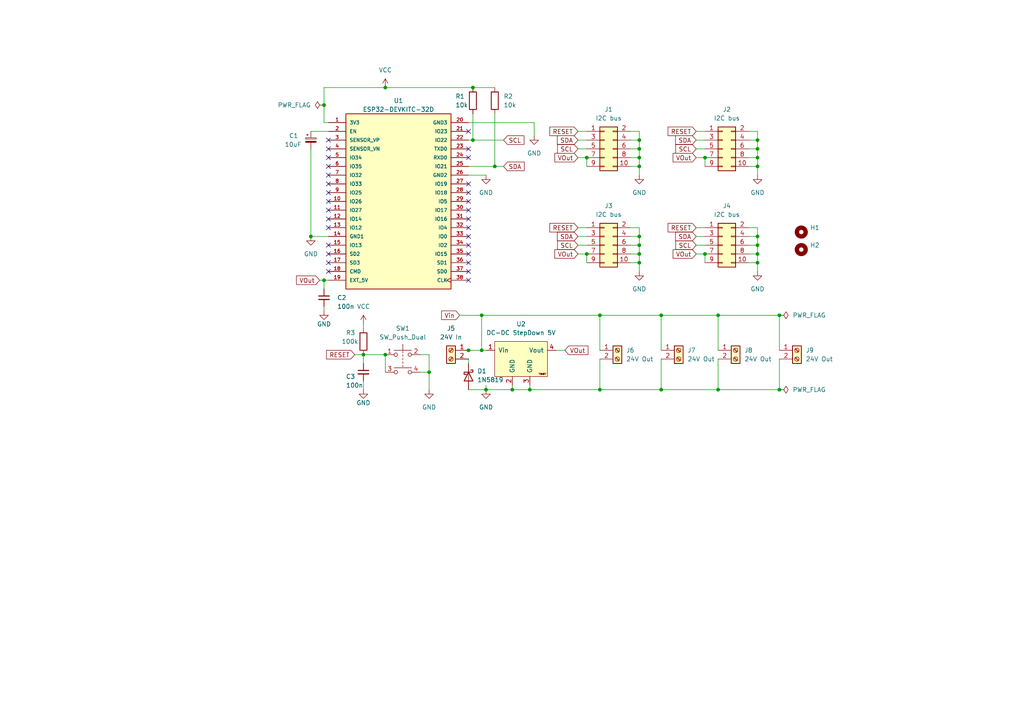
<source format=kicad_sch>
(kicad_sch (version 20211123) (generator eeschema)
  (paper "A4")
  (lib_symbols
    (symbol "Connector:Screw_Terminal_01x02" (pin_names (offset 1.016) hide)
      (property "Reference" "J" (at 0 2.54 0))
      (property "Value" "Screw_Terminal_01x02" (at 0 -5.08 0))
      (symbol "Screw_Terminal_01x02_1_1"
        (rectangle (start -1.27 1.27) (end 1.27 -3.81) (stroke (width 0.254)) (fill (type background)))
        (circle (center 0 -2.54) (radius 0.635) (stroke (width 0.1524)))
        (polyline (pts (xy -0.5334 -2.2098) (xy 0.3302 -3.048)) (stroke (width 0.1524)))
        (polyline (pts (xy -0.5334 0.3302) (xy 0.3302 -0.508)) (stroke (width 0.1524)))
        (polyline (pts (xy -0.3556 -2.032) (xy 0.508 -2.8702)) (stroke (width 0.1524)))
        (polyline (pts (xy -0.3556 0.508) (xy 0.508 -0.3302)) (stroke (width 0.1524)))
        (circle (center 0 0) (radius 0.635) (stroke (width 0.1524)))
        (pin passive line (at -5.08 0 0) (length 3.81) (name "Pin_1") (number "1"))
        (pin passive line (at -5.08 -2.54 0) (length 3.81) (name "Pin_2") (number "2"))
      )
    )
    (symbol "Connector_Generic:Conn_02x05_Odd_Even" (pin_names (offset 1.016) hide)
      (property "Reference" "J" (at 1.27 7.62 0))
      (property "Value" "Conn_02x05_Odd_Even" (at 1.27 -7.62 0))
      (symbol "Conn_02x05_Odd_Even_1_1"
        (rectangle (start -1.27 -4.953) (end 0 -5.207) (stroke (width 0.1524)))
        (rectangle (start -1.27 -2.413) (end 0 -2.667) (stroke (width 0.1524)))
        (rectangle (start -1.27 0.127) (end 0 -0.127) (stroke (width 0.1524)))
        (rectangle (start -1.27 2.667) (end 0 2.413) (stroke (width 0.1524)))
        (rectangle (start -1.27 5.207) (end 0 4.953) (stroke (width 0.1524)))
        (rectangle (start -1.27 6.35) (end 3.81 -6.35) (stroke (width 0.254)) (fill (type background)))
        (rectangle (start 3.81 -4.953) (end 2.54 -5.207) (stroke (width 0.1524)))
        (rectangle (start 3.81 -2.413) (end 2.54 -2.667) (stroke (width 0.1524)))
        (rectangle (start 3.81 0.127) (end 2.54 -0.127) (stroke (width 0.1524)))
        (rectangle (start 3.81 2.667) (end 2.54 2.413) (stroke (width 0.1524)))
        (rectangle (start 3.81 5.207) (end 2.54 4.953) (stroke (width 0.1524)))
        (pin passive line (at -5.08 5.08 0) (length 3.81) (name "Pin_1") (number "1"))
        (pin passive line (at 7.62 -5.08 180) (length 3.81) (name "Pin_10") (number "10"))
        (pin passive line (at 7.62 5.08 180) (length 3.81) (name "Pin_2") (number "2"))
        (pin passive line (at -5.08 2.54 0) (length 3.81) (name "Pin_3") (number "3"))
        (pin passive line (at 7.62 2.54 180) (length 3.81) (name "Pin_4") (number "4"))
        (pin passive line (at -5.08 0 0) (length 3.81) (name "Pin_5") (number "5"))
        (pin passive line (at 7.62 0 180) (length 3.81) (name "Pin_6") (number "6"))
        (pin passive line (at -5.08 -2.54 0) (length 3.81) (name "Pin_7") (number "7"))
        (pin passive line (at 7.62 -2.54 180) (length 3.81) (name "Pin_8") (number "8"))
        (pin passive line (at -5.08 -5.08 0) (length 3.81) (name "Pin_9") (number "9"))
      )
    )
    (symbol "Device:C_Polarized_Small" (pin_numbers hide) (pin_names (offset 0.254) hide)
      (property "Reference" "C" (at 0.254 1.778 0))
      (property "Value" "C_Polarized_Small" (at 0.254 -2.032 0))
      (symbol "C_Polarized_Small_0_1"
        (rectangle (start -1.524 -0.3048) (end 1.524 -0.6858) (fill (type outline)))
        (rectangle (start -1.524 0.6858) (end 1.524 0.3048))
        (polyline (pts (xy -1.27 1.524) (xy -0.762 1.524)))
        (polyline (pts (xy -1.016 1.27) (xy -1.016 1.778)))
      )
      (symbol "C_Polarized_Small_1_1"
        (pin passive line (at 0 2.54 270) (length 1.8542) (name "~") (number "1"))
        (pin passive line (at 0 -2.54 90) (length 1.8542) (name "~") (number "2"))
      )
    )
    (symbol "Device:C_Small" (pin_numbers hide) (pin_names (offset 0.254) hide)
      (property "Reference" "C" (at 0.254 1.778 0))
      (property "Value" "C_Small" (at 0.254 -2.032 0))
      (symbol "C_Small_0_1"
        (polyline (pts (xy -1.524 -0.508) (xy 1.524 -0.508)) (stroke (width 0.3302)))
        (polyline (pts (xy -1.524 0.508) (xy 1.524 0.508)) (stroke (width 0.3048)))
      )
      (symbol "C_Small_1_1"
        (pin passive line (at 0 2.54 270) (length 2.032) (name "~") (number "1"))
        (pin passive line (at 0 -2.54 90) (length 2.032) (name "~") (number "2"))
      )
    )
    (symbol "Device:R" (pin_numbers hide) (pin_names (offset 0))
      (property "Reference" "R" (at 2.032 0 90))
      (property "Value" "R" (at 0 0 90))
      (symbol "R_0_1"
        (rectangle (start -1.016 -2.54) (end 1.016 2.54) (stroke (width 0.254)))
      )
      (symbol "R_1_1"
        (pin passive line (at 0 3.81 270) (length 1.27) (name "~") (number "1"))
        (pin passive line (at 0 -3.81 90) (length 1.27) (name "~") (number "2"))
      )
    )
    (symbol "Diode:1N5819" (pin_numbers hide) (pin_names (offset 1.016) hide)
      (property "Reference" "D" (at 0 2.54 0))
      (property "Value" "1N5819" (at 0 -2.54 0))
      (symbol "1N5819_0_1"
        (polyline (pts (xy 1.27 0) (xy -1.27 0)))
        (polyline (pts (xy 1.27 1.27) (xy 1.27 -1.27) (xy -1.27 0) (xy 1.27 1.27)) (stroke (width 0.254)))
        (polyline (pts (xy -1.905 0.635) (xy -1.905 1.27) (xy -1.27 1.27) (xy -1.27 -1.27) (xy -0.635 -1.27) (xy -0.635 -0.635)) (stroke (width 0.254)))
      )
      (symbol "1N5819_1_1"
        (pin passive line (at -3.81 0 0) (length 2.54) (name "K") (number "1"))
        (pin passive line (at 3.81 0 180) (length 2.54) (name "A") (number "2"))
      )
    )
    (symbol "ESP32-DEVKITC-32D:ESP32-DEVKITC-32D" (pin_names (offset 1.016))
      (property "Reference" "U" (at -15.2654 26.0604 0))
      (property "Value" "ESP32-DEVKITC-32D" (at -15.2654 -27.9654 0))
      (symbol "ESP32-DEVKITC-32D_0_0"
        (rectangle (start -15.24 -25.4) (end 15.24 25.4) (stroke (width 0.254)) (fill (type background)))
        (pin power_in line (at -20.32 22.86 0) (length 5.08) (name "3V3") (number "1"))
        (pin bidirectional line (at -20.32 0 0) (length 5.08) (name "IO26") (number "10"))
        (pin bidirectional line (at -20.32 -2.54 0) (length 5.08) (name "IO27") (number "11"))
        (pin bidirectional line (at -20.32 -5.08 0) (length 5.08) (name "IO14") (number "12"))
        (pin bidirectional line (at -20.32 -7.62 0) (length 5.08) (name "IO12") (number "13"))
        (pin power_in line (at -20.32 -10.16 0) (length 5.08) (name "GND1") (number "14"))
        (pin bidirectional line (at -20.32 -12.7 0) (length 5.08) (name "IO13") (number "15"))
        (pin bidirectional line (at -20.32 -15.24 0) (length 5.08) (name "SD2") (number "16"))
        (pin bidirectional line (at -20.32 -17.78 0) (length 5.08) (name "SD3") (number "17"))
        (pin bidirectional line (at -20.32 -20.32 0) (length 5.08) (name "CMD") (number "18"))
        (pin power_in line (at -20.32 -22.86 0) (length 5.08) (name "EXT_5V") (number "19"))
        (pin input line (at -20.32 20.32 0) (length 5.08) (name "EN") (number "2"))
        (pin power_in line (at 20.32 22.86 180) (length 5.08) (name "GND3") (number "20"))
        (pin bidirectional line (at 20.32 20.32 180) (length 5.08) (name "IO23") (number "21"))
        (pin bidirectional line (at 20.32 17.78 180) (length 5.08) (name "IO22") (number "22"))
        (pin output line (at 20.32 15.24 180) (length 5.08) (name "TXD0") (number "23"))
        (pin input line (at 20.32 12.7 180) (length 5.08) (name "RXD0") (number "24"))
        (pin bidirectional line (at 20.32 10.16 180) (length 5.08) (name "IO21") (number "25"))
        (pin power_in line (at 20.32 7.62 180) (length 5.08) (name "GND2") (number "26"))
        (pin bidirectional line (at 20.32 5.08 180) (length 5.08) (name "IO19") (number "27"))
        (pin bidirectional line (at 20.32 2.54 180) (length 5.08) (name "IO18") (number "28"))
        (pin bidirectional line (at 20.32 0 180) (length 5.08) (name "IO5") (number "29"))
        (pin input line (at -20.32 17.78 0) (length 5.08) (name "SENSOR_VP") (number "3"))
        (pin bidirectional line (at 20.32 -2.54 180) (length 5.08) (name "IO17") (number "30"))
        (pin bidirectional line (at 20.32 -5.08 180) (length 5.08) (name "IO16") (number "31"))
        (pin bidirectional line (at 20.32 -7.62 180) (length 5.08) (name "IO4") (number "32"))
        (pin bidirectional line (at 20.32 -10.16 180) (length 5.08) (name "IO0") (number "33"))
        (pin bidirectional line (at 20.32 -12.7 180) (length 5.08) (name "IO2") (number "34"))
        (pin bidirectional line (at 20.32 -15.24 180) (length 5.08) (name "IO15") (number "35"))
        (pin bidirectional line (at 20.32 -17.78 180) (length 5.08) (name "SD1") (number "36"))
        (pin bidirectional line (at 20.32 -20.32 180) (length 5.08) (name "SD0") (number "37"))
        (pin input clock (at 20.32 -22.86 180) (length 5.08) (name "CLK") (number "38"))
        (pin input line (at -20.32 15.24 0) (length 5.08) (name "SENSOR_VN") (number "4"))
        (pin bidirectional line (at -20.32 12.7 0) (length 5.08) (name "IO34") (number "5"))
        (pin bidirectional line (at -20.32 10.16 0) (length 5.08) (name "IO35") (number "6"))
        (pin bidirectional line (at -20.32 7.62 0) (length 5.08) (name "IO32") (number "7"))
        (pin bidirectional line (at -20.32 5.08 0) (length 5.08) (name "IO33") (number "8"))
        (pin bidirectional line (at -20.32 2.54 0) (length 5.08) (name "IO25") (number "9"))
      )
    )
    (symbol "Mechanical:MountingHole" (pin_names (offset 1.016))
      (property "Reference" "H" (at 0 5.08 0))
      (property "Value" "MountingHole" (at 0 3.175 0))
      (symbol "MountingHole_0_1"
        (circle (center 0 0) (radius 1.27) (stroke (width 1.27)))
      )
    )
    (symbol "Switch:SW_Push_Dual" (pin_names (offset 1.016) hide)
      (property "Reference" "SW" (at 1.27 2.54 0))
      (property "Value" "SW_Push_Dual" (at 0 -6.858 0))
      (symbol "SW_Push_Dual_0_1"
        (circle (center -2.032 -5.08) (radius 0.508))
        (circle (center -2.032 0) (radius 0.508))
        (polyline (pts (xy 0 -3.048) (xy 0 -3.556)))
        (polyline (pts (xy 0 -2.032) (xy 0 -2.54)))
        (polyline (pts (xy 0 -1.524) (xy 0 -1.016)))
        (polyline (pts (xy 0 -0.508) (xy 0 0)))
        (polyline (pts (xy 0 0.508) (xy 0 1.016)))
        (polyline (pts (xy 0 1.27) (xy 0 3.048)))
        (polyline (pts (xy 2.54 -3.81) (xy -2.54 -3.81)))
        (polyline (pts (xy 2.54 1.27) (xy -2.54 1.27)))
        (circle (center 2.032 -5.08) (radius 0.508))
        (circle (center 2.032 0) (radius 0.508))
        (pin passive line (at -5.08 0 0) (length 2.54) (name "1") (number "1"))
        (pin passive line (at 5.08 0 180) (length 2.54) (name "2") (number "2"))
        (pin passive line (at -5.08 -5.08 0) (length 2.54) (name "3") (number "3"))
        (pin passive line (at 5.08 -5.08 180) (length 2.54) (name "4") (number "4"))
      )
    )
    (symbol "power:GND" (power) (pin_names (offset 0))
      (property "Value" "GND" (at 0 -3.81 0))
      (symbol "GND_0_1"
        (polyline (pts (xy 0 0) (xy 0 -1.27) (xy 1.27 -1.27) (xy 0 -2.54) (xy -1.27 -1.27) (xy 0 -1.27)))
      )
      (symbol "GND_1_1"
        (pin power_in line (at 0 0 270) (length 0) hide (name "GND") (number "1"))
      )
    )
    (symbol "power:PWR_FLAG" (power) (pin_numbers hide) (pin_names (offset 0) hide)
      (property "Value" "PWR_FLAG" (at 0 3.81 0))
      (symbol "PWR_FLAG_0_0"
        (pin power_out line (at 0 0 90) (length 0) (name "pwr") (number "1"))
      )
      (symbol "PWR_FLAG_0_1"
        (polyline (pts (xy 0 0) (xy 0 1.27) (xy -1.016 1.905) (xy 0 2.54) (xy 1.016 1.905) (xy 0 1.27)))
      )
    )
    (symbol "power:VCC" (power) (pin_names (offset 0))
      (property "Value" "VCC" (at 0 3.81 0))
      (symbol "VCC_0_1"
        (polyline (pts (xy -0.762 1.27) (xy 0 2.54)))
        (polyline (pts (xy 0 0) (xy 0 2.54)))
        (polyline (pts (xy 0 2.54) (xy 0.762 1.27)))
      )
      (symbol "VCC_1_1"
        (pin power_in line (at 0 0 90) (length 0) hide (name "VCC") (number "1"))
      )
    )
    (symbol "yaaj_dcdc_stepdown_lm2596:YAAJ_DCDC_StepDown_LM2596" (pin_names (offset 1.016))
      (property "Reference" "U" (at -5.08 6.35 0))
      (property "Value" "YAAJ_DCDC_StepDown_LM2596" (at 0 11.43 0))
      (symbol "YAAJ_DCDC_StepDown_LM2596_0_1"
        (rectangle (start -7.62 5.08) (end 7.62 -5.08) (fill (type background)))
      )
      (symbol "YAAJ_DCDC_StepDown_LM2596_1_1"
        (text "Y@@V" (at 6.1976 -4.2672 0) (effects (font (size 0.508 0.508))))
        (pin power_in line (at -10.16 2.54 0) (length 2.54) (name "Vin") (number "1"))
        (pin power_in line (at -2.54 -7.62 90) (length 2.54) (name "GND") (number "2"))
        (pin power_in line (at 2.54 -7.62 90) (length 2.54) (name "GND") (number "3"))
        (pin power_out line (at 10.16 2.54 180) (length 2.54) (name "Vout") (number "4"))
      )
    )
  )
  (junction (at 204.47 45.72))
  (junction (at 105.41 102.87))
  (junction (at 90.17 68.58))
  (junction (at 148.59 113.03))
  (junction (at 185.42 68.58))
  (junction (at 219.71 43.18))
  (junction (at 143.51 48.26))
  (junction (at 93.98 30.48))
  (junction (at 140.97 113.03))
  (junction (at 170.18 73.66))
  (junction (at 185.42 40.64))
  (junction (at 173.99 91.44))
  (junction (at 219.71 48.26))
  (junction (at 226.06 113.03))
  (junction (at 111.76 25.4))
  (junction (at 185.42 76.2))
  (junction (at 170.18 45.72))
  (junction (at 191.77 113.03))
  (junction (at 153.67 113.03))
  (junction (at 208.28 91.44))
  (junction (at 93.98 81.28))
  (junction (at 219.71 45.72))
  (junction (at 185.42 71.12))
  (junction (at 191.77 91.44))
  (junction (at 208.28 113.03))
  (junction (at 226.06 91.44))
  (junction (at 219.71 73.66))
  (junction (at 173.99 113.03))
  (junction (at 185.42 43.18))
  (junction (at 219.71 71.12))
  (junction (at 137.16 25.4))
  (junction (at 219.71 40.64))
  (junction (at 124.46 107.95))
  (junction (at 185.42 73.66))
  (junction (at 139.7 91.44))
  (junction (at 139.7 101.6))
  (junction (at 135.89 101.6))
  (junction (at 219.71 68.58))
  (junction (at 137.16 40.64))
  (junction (at 111.76 102.87))
  (junction (at 185.42 45.72))
  (junction (at 204.47 73.66))
  (junction (at 219.71 76.2))
  (junction (at 185.42 48.26))
  (no_connect (at 95.25 45.72))
  (no_connect (at 95.25 63.5))
  (no_connect (at 135.89 68.58))
  (no_connect (at 95.25 66.04))
  (no_connect (at 135.89 58.42))
  (no_connect (at 95.25 60.96))
  (no_connect (at 135.89 78.74))
  (no_connect (at 95.25 58.42))
  (no_connect (at 135.89 81.28))
  (no_connect (at 135.89 60.96))
  (no_connect (at 135.89 63.5))
  (no_connect (at 135.89 53.34))
  (no_connect (at 95.25 71.12))
  (no_connect (at 95.25 76.2))
  (no_connect (at 95.25 78.74))
  (no_connect (at 135.89 71.12))
  (no_connect (at 135.89 38.1))
  (no_connect (at 135.89 66.04))
  (no_connect (at 95.25 48.26))
  (no_connect (at 95.25 53.34))
  (no_connect (at 95.25 43.18))
  (no_connect (at 135.89 45.72))
  (no_connect (at 135.89 76.2))
  (no_connect (at 135.89 55.88))
  (no_connect (at 95.25 40.64))
  (no_connect (at 135.89 73.66))
  (no_connect (at 95.25 73.66))
  (no_connect (at 95.25 55.88))
  (no_connect (at 135.89 43.18))
  (no_connect (at 95.25 50.8))
  (wire (pts (xy 182.88 71.12) (xy 185.42 71.12)))
  (wire (pts (xy 204.47 45.72) (xy 204.47 48.26)))
  (wire (pts (xy 124.46 102.87) (xy 124.46 107.95)))
  (wire (pts (xy 93.98 25.4) (xy 111.76 25.4)))
  (wire (pts (xy 219.71 71.12) (xy 219.71 73.66)))
  (wire (pts (xy 185.42 68.58) (xy 185.42 71.12)))
  (wire (pts (xy 92.71 81.28) (xy 93.98 81.28)))
  (wire (pts (xy 185.42 66.04) (xy 185.42 68.58)))
  (wire (pts (xy 217.17 73.66) (xy 219.71 73.66)))
  (wire (pts (xy 135.89 35.56) (xy 154.94 35.56)))
  (wire (pts (xy 139.7 91.44) (xy 173.99 91.44)))
  (wire (pts (xy 135.89 48.26) (xy 143.51 48.26)))
  (wire (pts (xy 182.88 76.2) (xy 185.42 76.2)))
  (wire (pts (xy 219.71 66.04) (xy 219.71 68.58)))
  (wire (pts (xy 182.88 43.18) (xy 185.42 43.18)))
  (wire (pts (xy 185.42 40.64) (xy 185.42 43.18)))
  (wire (pts (xy 219.71 38.1) (xy 219.71 40.64)))
  (wire (pts (xy 121.92 102.87) (xy 124.46 102.87)))
  (wire (pts (xy 135.89 101.6) (xy 139.7 101.6)))
  (wire (pts (xy 137.16 33.02) (xy 137.16 40.64)))
  (wire (pts (xy 121.92 107.95) (xy 124.46 107.95)))
  (wire (pts (xy 217.17 38.1) (xy 219.71 38.1)))
  (wire (pts (xy 219.71 48.26) (xy 219.71 50.8)))
  (wire (pts (xy 148.59 113.03) (xy 153.67 113.03)))
  (wire (pts (xy 182.88 38.1) (xy 185.42 38.1)))
  (wire (pts (xy 182.88 66.04) (xy 185.42 66.04)))
  (wire (pts (xy 201.93 73.66) (xy 204.47 73.66)))
  (wire (pts (xy 191.77 91.44) (xy 208.28 91.44)))
  (wire (pts (xy 139.7 101.6) (xy 139.7 91.44)))
  (wire (pts (xy 167.64 66.04) (xy 170.18 66.04)))
  (wire (pts (xy 105.41 102.87) (xy 105.41 105.41)))
  (wire (pts (xy 217.17 43.18) (xy 219.71 43.18)))
  (wire (pts (xy 182.88 40.64) (xy 185.42 40.64)))
  (wire (pts (xy 191.77 91.44) (xy 191.77 101.6)))
  (wire (pts (xy 201.93 66.04) (xy 204.47 66.04)))
  (wire (pts (xy 93.98 81.28) (xy 93.98 83.82)))
  (wire (pts (xy 90.17 68.58) (xy 95.25 68.58)))
  (wire (pts (xy 219.71 43.18) (xy 219.71 45.72)))
  (wire (pts (xy 185.42 76.2) (xy 185.42 78.74)))
  (wire (pts (xy 217.17 40.64) (xy 219.71 40.64)))
  (wire (pts (xy 185.42 71.12) (xy 185.42 73.66)))
  (wire (pts (xy 93.98 35.56) (xy 95.25 35.56)))
  (wire (pts (xy 154.94 35.56) (xy 154.94 39.37)))
  (wire (pts (xy 153.67 113.03) (xy 173.99 113.03)))
  (wire (pts (xy 153.67 111.76) (xy 153.67 113.03)))
  (wire (pts (xy 208.28 113.03) (xy 208.28 104.14)))
  (wire (pts (xy 201.93 71.12) (xy 204.47 71.12)))
  (wire (pts (xy 167.64 73.66) (xy 170.18 73.66)))
  (wire (pts (xy 201.93 38.1) (xy 204.47 38.1)))
  (wire (pts (xy 201.93 40.64) (xy 204.47 40.64)))
  (wire (pts (xy 219.71 73.66) (xy 219.71 76.2)))
  (wire (pts (xy 93.98 30.48) (xy 93.98 25.4)))
  (wire (pts (xy 135.89 50.8) (xy 140.97 50.8)))
  (wire (pts (xy 133.35 101.6) (xy 135.89 101.6)))
  (wire (pts (xy 93.98 81.28) (xy 95.25 81.28)))
  (wire (pts (xy 105.41 110.49) (xy 105.41 113.03)))
  (wire (pts (xy 137.16 40.64) (xy 146.05 40.64)))
  (wire (pts (xy 90.17 38.1) (xy 95.25 38.1)))
  (wire (pts (xy 105.41 102.87) (xy 111.76 102.87)))
  (wire (pts (xy 143.51 33.02) (xy 143.51 48.26)))
  (wire (pts (xy 217.17 66.04) (xy 219.71 66.04)))
  (wire (pts (xy 93.98 35.56) (xy 93.98 30.48)))
  (wire (pts (xy 226.06 113.03) (xy 226.06 104.14)))
  (wire (pts (xy 173.99 113.03) (xy 173.99 104.14)))
  (wire (pts (xy 219.71 40.64) (xy 219.71 43.18)))
  (wire (pts (xy 135.89 113.03) (xy 140.97 113.03)))
  (wire (pts (xy 173.99 91.44) (xy 191.77 91.44)))
  (wire (pts (xy 201.93 68.58) (xy 204.47 68.58)))
  (wire (pts (xy 93.98 88.9) (xy 93.98 90.17)))
  (wire (pts (xy 185.42 38.1) (xy 185.42 40.64)))
  (wire (pts (xy 173.99 113.03) (xy 191.77 113.03)))
  (wire (pts (xy 167.64 45.72) (xy 170.18 45.72)))
  (wire (pts (xy 226.06 91.44) (xy 226.06 101.6)))
  (wire (pts (xy 204.47 73.66) (xy 204.47 76.2)))
  (wire (pts (xy 217.17 45.72) (xy 219.71 45.72)))
  (wire (pts (xy 201.93 45.72) (xy 204.47 45.72)))
  (wire (pts (xy 185.42 48.26) (xy 185.42 50.8)))
  (wire (pts (xy 219.71 45.72) (xy 219.71 48.26)))
  (wire (pts (xy 182.88 73.66) (xy 185.42 73.66)))
  (wire (pts (xy 217.17 68.58) (xy 219.71 68.58)))
  (wire (pts (xy 167.64 38.1) (xy 170.18 38.1)))
  (wire (pts (xy 140.97 113.03) (xy 148.59 113.03)))
  (wire (pts (xy 219.71 68.58) (xy 219.71 71.12)))
  (wire (pts (xy 167.64 43.18) (xy 170.18 43.18)))
  (wire (pts (xy 217.17 71.12) (xy 219.71 71.12)))
  (wire (pts (xy 182.88 45.72) (xy 185.42 45.72)))
  (wire (pts (xy 148.59 111.76) (xy 148.59 113.03)))
  (wire (pts (xy 167.64 40.64) (xy 170.18 40.64)))
  (wire (pts (xy 217.17 76.2) (xy 219.71 76.2)))
  (wire (pts (xy 111.76 102.87) (xy 111.76 107.95)))
  (wire (pts (xy 208.28 91.44) (xy 226.06 91.44)))
  (wire (pts (xy 161.29 101.6) (xy 163.83 101.6)))
  (wire (pts (xy 140.97 111.76) (xy 140.97 113.03)))
  (wire (pts (xy 111.76 25.4) (xy 137.16 25.4)))
  (wire (pts (xy 219.71 76.2) (xy 219.71 78.74)))
  (wire (pts (xy 185.42 45.72) (xy 185.42 48.26)))
  (wire (pts (xy 185.42 73.66) (xy 185.42 76.2)))
  (wire (pts (xy 105.41 93.98) (xy 105.41 95.25)))
  (wire (pts (xy 135.89 40.64) (xy 137.16 40.64)))
  (wire (pts (xy 139.7 101.6) (xy 140.97 101.6)))
  (wire (pts (xy 208.28 113.03) (xy 226.06 113.03)))
  (wire (pts (xy 182.88 68.58) (xy 185.42 68.58)))
  (wire (pts (xy 173.99 91.44) (xy 173.99 101.6)))
  (wire (pts (xy 135.89 104.14) (xy 135.89 105.41)))
  (wire (pts (xy 208.28 91.44) (xy 208.28 101.6)))
  (wire (pts (xy 217.17 48.26) (xy 219.71 48.26)))
  (wire (pts (xy 90.17 43.18) (xy 90.17 68.58)))
  (wire (pts (xy 167.64 71.12) (xy 170.18 71.12)))
  (wire (pts (xy 170.18 73.66) (xy 170.18 76.2)))
  (wire (pts (xy 191.77 113.03) (xy 208.28 113.03)))
  (wire (pts (xy 133.35 91.44) (xy 139.7 91.44)))
  (wire (pts (xy 124.46 107.95) (xy 124.46 113.03)))
  (wire (pts (xy 201.93 43.18) (xy 204.47 43.18)))
  (wire (pts (xy 137.16 25.4) (xy 143.51 25.4)))
  (wire (pts (xy 167.64 68.58) (xy 170.18 68.58)))
  (wire (pts (xy 143.51 48.26) (xy 146.05 48.26)))
  (wire (pts (xy 170.18 45.72) (xy 170.18 48.26)))
  (wire (pts (xy 182.88 48.26) (xy 185.42 48.26)))
  (wire (pts (xy 191.77 113.03) (xy 191.77 104.14)))
  (wire (pts (xy 102.87 102.87) (xy 105.41 102.87)))
  (wire (pts (xy 185.42 43.18) (xy 185.42 45.72)))
  (global_label "SDA" (shape input) (at 167.64 40.64 180) (property "Intersheet References" "${INTERSHEET_REFS}" (effects hide)))
  (global_label "SDA" (shape input) (at 146.05 48.26 0) (property "Intersheet References" "${INTERSHEET_REFS}" (effects hide)))
  (global_label "SCL" (shape input) (at 167.64 43.18 180) (property "Intersheet References" "${INTERSHEET_REFS}" (effects hide)))
  (global_label "SDA" (shape input) (at 201.93 40.64 180) (property "Intersheet References" "${INTERSHEET_REFS}" (effects hide)))
  (global_label "RESET" (shape input) (at 167.64 66.04 180) (property "Intersheet References" "${INTERSHEET_REFS}" (effects hide)))
  (global_label "SDA" (shape input) (at 201.93 68.58 180) (property "Intersheet References" "${INTERSHEET_REFS}" (effects hide)))
  (global_label "SCL" (shape input) (at 146.05 40.64 0) (property "Intersheet References" "${INTERSHEET_REFS}" (effects hide)))
  (global_label "RESET" (shape input) (at 167.64 38.1 180) (property "Intersheet References" "${INTERSHEET_REFS}" (effects hide)))
  (global_label "SCL" (shape input) (at 201.93 71.12 180) (property "Intersheet References" "${INTERSHEET_REFS}" (effects hide)))
  (global_label "SCL" (shape input) (at 201.93 43.18 180) (property "Intersheet References" "${INTERSHEET_REFS}" (effects hide)))
  (global_label "RESET" (shape input) (at 102.87 102.87 180) (property "Intersheet References" "${INTERSHEET_REFS}" (effects hide)))
  (global_label "VOut" (shape input) (at 201.93 45.72 180) (property "Intersheet References" "${INTERSHEET_REFS}" (effects hide)))
  (global_label "VOut" (shape input) (at 163.83 101.6 0) (property "Intersheet References" "${INTERSHEET_REFS}" (effects hide)))
  (global_label "RESET" (shape input) (at 201.93 66.04 180) (property "Intersheet References" "${INTERSHEET_REFS}" (effects hide)))
  (global_label "Vin" (shape input) (at 133.35 91.44 180) (property "Intersheet References" "${INTERSHEET_REFS}" (effects hide)))
  (global_label "RESET" (shape input) (at 201.93 38.1 180) (property "Intersheet References" "${INTERSHEET_REFS}" (effects hide)))
  (global_label "VOut" (shape input) (at 167.64 45.72 180) (property "Intersheet References" "${INTERSHEET_REFS}" (effects hide)))
  (global_label "SDA" (shape input) (at 167.64 68.58 180) (property "Intersheet References" "${INTERSHEET_REFS}" (effects hide)))
  (global_label "VOut" (shape input) (at 201.93 73.66 180) (property "Intersheet References" "${INTERSHEET_REFS}" (effects hide)))
  (global_label "VOut" (shape input) (at 92.71 81.28 180) (property "Intersheet References" "${INTERSHEET_REFS}" (effects hide)))
  (global_label "SCL" (shape input) (at 167.64 71.12 180) (property "Intersheet References" "${INTERSHEET_REFS}" (effects hide)))
  (global_label "VOut" (shape input) (at 167.64 73.66 180) (property "Intersheet References" "${INTERSHEET_REFS}" (effects hide)))
  (symbol (lib_id "Connector:Screw_Terminal_01x02") (at 213.36 101.6 0) (unit 1)
    (property "Reference" "J8" (at 215.9 101.5999 0) (effects (justify left)))
    (property "Value" "24V Out" (at 215.9 104.1399 0) (effects (justify left)))
    (property "Footprint" "TerminalBlock:TerminalBlock_bornier-2_P5.08mm" (effects hide))
  )
  (symbol (lib_id "Device:R") (at 105.41 99.06 0) (unit 1)
    (property "Reference" "R3" (at 100.33 96.52 0) (effects (justify left)))
    (property "Value" "100k" (at 99.06 99.06 0) (effects (justify left)))
    (property "Footprint" "Resistor_THT:R_Axial_DIN0207_L6.3mm_D2.5mm_P10.16mm_Horizontal" (effects hide))
  )
  (symbol (lib_id "power:GND") (at 185.42 50.8 0) (unit 1)
    (property "Reference" "#PWR0101" (effects hide))
    (property "Value" "GND" (at 185.42 55.88 0))
  )
  (symbol (lib_id "power:GND") (at 219.71 78.74 0) (unit 1)
    (property "Reference" "#PWR0105" (effects hide))
    (property "Value" "GND" (at 219.71 83.82 0))
  )
  (symbol (lib_id "power:GND") (at 185.42 78.74 0) (unit 1)
    (property "Reference" "#PWR0103" (effects hide))
    (property "Value" "GND" (at 185.42 83.82 0))
  )
  (symbol (lib_id "power:GND") (at 93.98 90.17 0) (unit 1)
    (property "Reference" "#PWR0110" (effects hide))
    (property "Value" "GND" (at 93.98 93.98 0))
  )
  (symbol (lib_id "Connector_Generic:Conn_02x05_Odd_Even") (at 175.26 43.18 0) (unit 1)
    (property "Reference" "J1" (at 176.53 31.75 0))
    (property "Value" "I2C bus" (at 176.53 34.29 0))
    (property "Footprint" "Connector_IDC:IDC-Header_2x05_P2.54mm_Vertical" (effects hide))
  )
  (symbol (lib_id "ESP32-DEVKITC-32D:ESP32-DEVKITC-32D") (at 115.57 58.42 0) (unit 1)
    (property "Reference" "U1" (at 115.57 29.21 0))
    (property "Value" "ESP32-DEVKITC-32D" (at 115.57 31.75 0))
    (property "Footprint" "ESP32-DEVKITC-32D:MODULE_ESP32-DEVKITC-32D" (effects hide))
    (property "MANUFACTURER" "Espressif Systems" (effects hide))
    (property "PARTREV" "4" (effects hide))
  )
  (symbol (lib_id "power:GND") (at 105.41 113.03 0) (unit 1)
    (property "Reference" "#PWR0113" (effects hide))
    (property "Value" "GND" (at 105.41 116.84 0))
  )
  (symbol (lib_id "Device:R") (at 143.51 29.21 0) (unit 1)
    (property "Reference" "R2" (at 146.05 27.9399 0) (effects (justify left)))
    (property "Value" "10k" (at 146.05 30.4799 0) (effects (justify left)))
    (property "Footprint" "Resistor_THT:R_Axial_DIN0207_L6.3mm_D2.5mm_P10.16mm_Horizontal" (effects hide))
  )
  (symbol (lib_id "power:GND") (at 140.97 50.8 0) (unit 1)
    (property "Reference" "#PWR0107" (effects hide))
    (property "Value" "GND" (at 140.97 55.88 0))
  )
  (symbol (lib_id "Connector:Screw_Terminal_01x02") (at 231.14 101.6 0) (unit 1)
    (property "Reference" "J9" (at 233.68 101.5999 0) (effects (justify left)))
    (property "Value" "24V Out" (at 233.68 104.1399 0) (effects (justify left)))
    (property "Footprint" "TerminalBlock:TerminalBlock_bornier-2_P5.08mm" (effects hide))
  )
  (symbol (lib_id "Device:C_Small") (at 93.98 86.36 0) (unit 1)
    (property "Reference" "C2" (at 97.79 86.36 0) (effects (justify left)))
    (property "Value" "100n" (at 97.79 88.9 0) (effects (justify left)))
    (property "Footprint" "Capacitor_SMD:C_1206_3216Metric_Pad1.33x1.80mm_HandSolder" (effects hide))
  )
  (symbol (lib_id "Device:R") (at 137.16 29.21 0) (unit 1)
    (property "Reference" "R1" (at 132.08 27.94 0) (effects (justify left)))
    (property "Value" "10k" (at 132.08 30.48 0) (effects (justify left)))
    (property "Footprint" "Resistor_THT:R_Axial_DIN0207_L6.3mm_D2.5mm_P10.16mm_Horizontal" (effects hide))
  )
  (symbol (lib_id "power:GND") (at 90.17 68.58 0) (unit 1)
    (property "Reference" "#PWR0109" (effects hide))
    (property "Value" "GND" (at 90.17 73.66 0))
  )
  (symbol (lib_id "power:GND") (at 140.97 113.03 0) (unit 1)
    (property "Reference" "#PWR0102" (effects hide))
    (property "Value" "GND" (at 140.97 118.11 0))
  )
  (symbol (lib_id "Device:C_Small") (at 105.41 107.95 0) (unit 1)
    (property "Reference" "C3" (at 100.33 109.22 0) (effects (justify left)))
    (property "Value" "100n" (at 100.33 111.76 0) (effects (justify left)))
    (property "Footprint" "Capacitor_SMD:C_1206_3216Metric_Pad1.33x1.80mm_HandSolder" (effects hide))
  )
  (symbol (lib_id "Connector_Generic:Conn_02x05_Odd_Even") (at 175.26 71.12 0) (unit 1)
    (property "Reference" "J3" (at 176.53 59.69 0))
    (property "Value" "I2C bus" (at 176.53 62.23 0))
    (property "Footprint" "Connector_IDC:IDC-Header_2x05_P2.54mm_Vertical" (effects hide))
  )
  (symbol (lib_id "Connector:Screw_Terminal_01x02") (at 196.85 101.6 0) (unit 1)
    (property "Reference" "J7" (at 199.39 101.5999 0) (effects (justify left)))
    (property "Value" "24V Out" (at 199.39 104.1399 0) (effects (justify left)))
    (property "Footprint" "TerminalBlock:TerminalBlock_bornier-2_P5.08mm" (effects hide))
  )
  (symbol (lib_id "power:VCC") (at 111.76 25.4 0) (unit 1)
    (property "Reference" "#PWR0111" (effects hide))
    (property "Value" "VCC" (at 111.76 20.32 0))
  )
  (symbol (lib_id "Switch:SW_Push_Dual") (at 116.84 102.87 0) (unit 1)
    (property "Reference" "SW1" (at 116.84 95.25 0))
    (property "Value" "SW_Push_Dual" (at 116.84 97.79 0))
    (property "Footprint" "Button_Switch_THT:SW_PUSH_6mm_H5mm" (effects hide))
  )
  (symbol (lib_id "yaaj_dcdc_stepdown_lm2596:YAAJ_DCDC_StepDown_LM2596") (at 151.13 104.14 0) (unit 1)
    (property "Reference" "U2" (at 151.13 93.98 0))
    (property "Value" "DC-DC StepDown 5V" (at 151.13 96.52 0))
    (property "Footprint" "DC-DC-StepDown:DCDC_StepDown_LM2596" (effects hide))
  )
  (symbol (lib_id "Diode:1N5819") (at 135.89 109.22 270) (unit 1)
    (property "Reference" "D1" (at 138.43 107.6324 90) (effects (justify left)))
    (property "Value" "1N5819" (at 138.43 110.1724 90) (effects (justify left)))
    (property "Footprint" "Diode_THT:D_DO-41_SOD81_P10.16mm_Horizontal" (effects hide))
    (property "Datasheet" "http://www.vishay.com/docs/88525/1n5817.pdf" (effects hide))
  )
  (symbol (lib_id "power:VCC") (at 105.41 93.98 0) (unit 1)
    (property "Reference" "#PWR0112" (effects hide))
    (property "Value" "VCC" (at 105.41 88.9 0))
  )
  (symbol (lib_id "Device:C_Polarized_Small") (at 90.17 40.64 0) (unit 1)
    (property "Reference" "C1" (at 83.82 39.37 0) (effects (justify left)))
    (property "Value" "10uF" (at 82.55 41.91 0) (effects (justify left)))
    (property "Footprint" "Capacitor_THT:CP_Radial_D5.0mm_P2.50mm" (effects hide))
  )
  (symbol (lib_id "power:GND") (at 124.46 113.03 0) (unit 1)
    (property "Reference" "#PWR0106" (effects hide))
    (property "Value" "GND" (at 124.46 118.11 0))
  )
  (symbol (lib_id "Connector:Screw_Terminal_01x02") (at 130.81 101.6 0) (mirror y) (unit 1)
    (property "Reference" "J5" (at 130.81 95.25 0))
    (property "Value" "24V In" (at 130.81 97.79 0))
    (property "Footprint" "TerminalBlock:TerminalBlock_bornier-2_P5.08mm" (effects hide))
  )
  (symbol (lib_id "Mechanical:MountingHole") (at 232.41 72.39 0) (unit 1) (in_bom no)
    (property "Reference" "H2" (at 234.95 71.1199 0) (effects (justify left)))
    (property "Value" "MountingHole" (effects hide))
    (property "Footprint" "MountingHole:MountingHole_3.2mm_M3" (effects hide))
  )
  (symbol (lib_id "Connector_Generic:Conn_02x05_Odd_Even") (at 209.55 71.12 0) (unit 1)
    (property "Reference" "J4" (at 210.82 59.69 0))
    (property "Value" "I2C bus" (at 210.82 62.23 0))
    (property "Footprint" "Connector_IDC:IDC-Header_2x05_P2.54mm_Vertical" (effects hide))
  )
  (symbol (lib_id "Connector_Generic:Conn_02x05_Odd_Even") (at 209.55 43.18 0) (unit 1)
    (property "Reference" "J2" (at 210.82 31.75 0))
    (property "Value" "I2C bus" (at 210.82 34.29 0))
    (property "Footprint" "Connector_IDC:IDC-Header_2x05_P2.54mm_Vertical" (effects hide))
  )
  (symbol (lib_id "power:GND") (at 154.94 39.37 0) (unit 1)
    (property "Reference" "#PWR0108" (effects hide))
    (property "Value" "GND" (at 154.94 44.45 0))
  )
  (symbol (lib_id "Mechanical:MountingHole") (at 232.41 67.31 0) (unit 1) (in_bom no)
    (property "Reference" "H1" (at 234.95 66.0399 0) (effects (justify left)))
    (property "Value" "MountingHole" (effects hide))
    (property "Footprint" "MountingHole:MountingHole_3.2mm_M3" (effects hide))
  )
  (symbol (lib_id "power:PWR_FLAG") (at 93.98 30.48 90) (unit 1)
    (property "Reference" "#FLG0103" (effects hide))
    (property "Value" "PWR_FLAG" (at 90.17 30.4801 90) (effects (justify left)))
  )
  (symbol (lib_id "power:PWR_FLAG") (at 226.06 91.44 270) (unit 1)
    (property "Reference" "#FLG0102" (effects hide))
    (property "Value" "PWR_FLAG" (at 229.87 91.4399 90) (effects (justify left)))
  )
  (symbol (lib_id "power:GND") (at 219.71 50.8 0) (unit 1)
    (property "Reference" "#PWR0104" (effects hide))
    (property "Value" "GND" (at 219.71 55.88 0))
  )
  (symbol (lib_id "Connector:Screw_Terminal_01x02") (at 179.07 101.6 0) (unit 1)
    (property "Reference" "J6" (at 181.61 101.5999 0) (effects (justify left)))
    (property "Value" "24V Out" (at 181.61 104.1399 0) (effects (justify left)))
    (property "Footprint" "TerminalBlock:TerminalBlock_bornier-2_P5.08mm" (effects hide))
  )
  (symbol (lib_id "power:PWR_FLAG") (at 226.06 113.03 270) (unit 1)
    (property "Reference" "#FLG0101" (effects hide))
    (property "Value" "PWR_FLAG" (at 229.87 113.0299 90) (effects (justify left)))
  )
)
</source>
